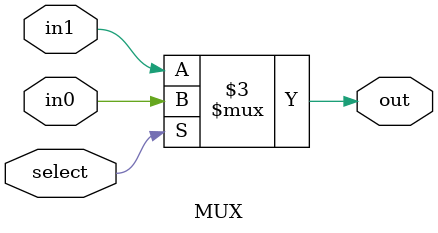
<source format=v>
module MUX(in0, in1, select, out);
  input in0, in1 ,select;
  output out;
  reg out;

  always @ (select or in0 or in1)
  begin
    if (select) 
      out = in0;
    else
      out = in1;
  end

endmodule

</source>
